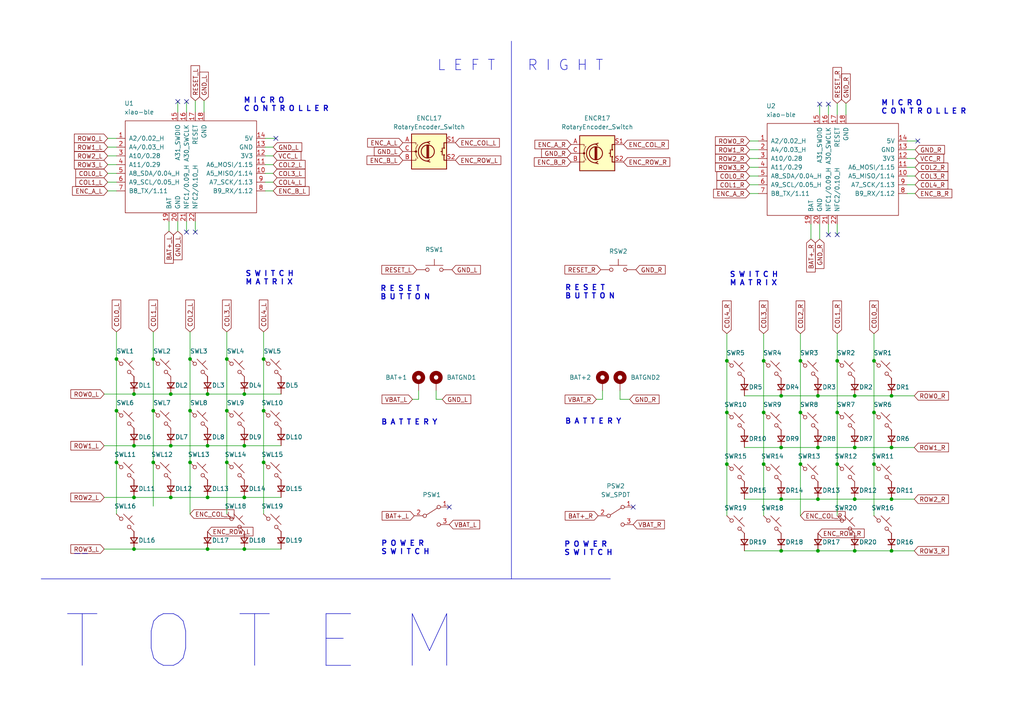
<source format=kicad_sch>
(kicad_sch (version 20250114) (generator "eeschema") (generator_version "9.0")
  (paper "A4")
  (title_block (title "TOTEM split keyboard") (date "2022-11-09") (rev "0.3") (comment 1 "made by GEIST"))
  (lib_symbols
    (symbol "Device:D_Small" (pin_numbers (hide yes)) (pin_names (offset 0.254) (hide yes))
      (property "Reference" "D" (at -1.27 2.032 0))
      (property "Value" "D_Small" (at -3.81 -2.032 0))
      (symbol "D_Small_0_1"
        (polyline (pts (xy -0.762 0) (xy 0.762 0)))
        (polyline (pts (xy -0.762 -1.016) (xy -0.762 1.016)) (stroke (width 0.254)))
        (polyline (pts (xy 0.762 -1.016) (xy -0.762 0) (xy 0.762 1.016) (xy 0.762 -1.016)) (stroke (width 0.254)))
      )
      (symbol "D_Small_1_1"
        (pin passive line (at -2.54 0 0) (length 1.778) (name "K") (number "1"))
        (pin passive line (at 2.54 0 180) (length 1.778) (name "A") (number "2"))
      )
    )
    (symbol "Device:RotaryEncoder_Switch" (pin_names (offset 0.254) (hide yes))
      (property "Reference" "SW" (at 0 6.604 0))
      (property "Value" "RotaryEncoder_Switch" (at 0 -6.604 0))
      (symbol "RotaryEncoder_Switch_0_1"
        (rectangle (start -5.08 5.08) (end 5.08 -5.08) (stroke (width 0.254)) (fill (type background)))
        (polyline (pts (xy -5.08 2.54) (xy -3.81 2.54) (xy -3.81 2.032)))
        (polyline (pts (xy -5.08 0) (xy -3.81 0) (xy -3.81 -1.016) (xy -3.302 -2.032)))
        (polyline (pts (xy -5.08 -2.54) (xy -3.81 -2.54) (xy -3.81 -2.032)))
        (polyline (pts (xy -4.318 0) (xy -3.81 0) (xy -3.81 1.016) (xy -3.302 2.032)))
        (circle (center -3.81 0) (radius 0.254) (fill (type outline)))
        (polyline (pts (xy -0.635 -1.778) (xy -0.635 1.778)) (stroke (width 0.254)))
        (circle (center -0.381 0) (radius 1.905) (stroke (width 0.254)))
        (polyline (pts (xy -0.381 -1.778) (xy -0.381 1.778)) (stroke (width 0.254)))
        (arc (start -0.381 -2.794) (mid -3.0988 -0.0635) (end -0.381 2.667) (stroke (width 0.254)))
        (polyline (pts (xy -0.127 1.778) (xy -0.127 -1.778)) (stroke (width 0.254)))
        (polyline (pts (xy 0.254 2.921) (xy -0.508 2.667) (xy 0.127 2.286)) (stroke (width 0.254)))
        (polyline (pts (xy 0.254 -3.048) (xy -0.508 -2.794) (xy 0.127 -2.413)) (stroke (width 0.254)))
        (polyline (pts (xy 3.81 1.016) (xy 3.81 -1.016)) (stroke (width 0.254)))
        (polyline (pts (xy 3.81 0) (xy 3.429 0)) (stroke (width 0.254)))
        (circle (center 4.318 1.016) (radius 0.127) (stroke (width 0.254)))
        (circle (center 4.318 -1.016) (radius 0.127) (stroke (width 0.254)))
        (polyline (pts (xy 5.08 2.54) (xy 4.318 2.54) (xy 4.318 1.016)) (stroke (width 0.254)))
        (polyline (pts (xy 5.08 -2.54) (xy 4.318 -2.54) (xy 4.318 -1.016)) (stroke (width 0.254)))
      )
      (symbol "RotaryEncoder_Switch_1_1"
        (pin passive line (at -7.62 2.54 0) (length 2.54) (name "A") (number "A"))
        (pin passive line (at -7.62 0 0) (length 2.54) (name "C") (number "C"))
        (pin passive line (at -7.62 -2.54 0) (length 2.54) (name "B") (number "B"))
        (pin passive line (at 7.62 2.54 180) (length 2.54) (name "S1") (number "S1"))
        (pin passive line (at 7.62 -2.54 180) (length 2.54) (name "S2") (number "S2"))
      )
    )
    (symbol "Mechanical:MountingHole_Pad" (pin_numbers (hide yes)) (pin_names (offset 1.016) (hide yes))
      (property "Reference" "H" (at 0 6.35 0))
      (property "Value" "MountingHole_Pad" (at 0 4.445 0))
      (symbol "MountingHole_Pad_0_1"
        (circle (center 0 1.27) (radius 1.27) (stroke (width 1.27)))
      )
      (symbol "MountingHole_Pad_1_1"
        (pin input line (at 0 -2.54 90) (length 2.54) (name "1") (number "1"))
      )
    )
    (symbol "Switch:SW_Push" (pin_numbers (hide yes)) (pin_names (offset 1.016) (hide yes))
      (property "Reference" "SW" (at 1.27 2.54 0))
      (property "Value" "SW_Push" (at 0 -1.524 0))
      (symbol "SW_Push_0_1"
        (circle (center -2.032 0) (radius 0.508))
        (polyline (pts (xy 0 1.27) (xy 0 3.048)))
        (circle (center 2.032 0) (radius 0.508))
        (polyline (pts (xy 2.54 1.27) (xy -2.54 1.27)))
        (pin passive line (at -5.08 0 0) (length 2.54) (name "1") (number "1"))
        (pin passive line (at 5.08 0 180) (length 2.54) (name "2") (number "2"))
      )
    )
    (symbol "Switch:SW_Push_45deg" (pin_numbers (hide yes)) (pin_names (offset 1.016) (hide yes))
      (property "Reference" "SW" (at 3.048 1.016 0))
      (property "Value" "SW_Push_45deg" (at 0 -3.81 0))
      (symbol "SW_Push_45deg_0_1"
        (polyline (pts (xy -2.54 2.54) (xy -1.524 1.524) (xy -1.524 1.524)))
        (circle (center -1.1684 1.1684) (radius 0.508))
        (polyline (pts (xy -0.508 2.54) (xy 2.54 -0.508)))
        (polyline (pts (xy 1.016 1.016) (xy 2.032 2.032)))
        (circle (center 1.143 -1.1938) (radius 0.508))
        (polyline (pts (xy 1.524 -1.524) (xy 2.54 -2.54) (xy 2.54 -2.54) (xy 2.54 -2.54)))
        (pin passive line (at -2.54 2.54 0) (length 0) (name "1") (number "1"))
        (pin passive line (at 2.54 -2.54 180) (length 0) (name "2") (number "2"))
      )
    )
    (symbol "Switch:SW_SPDT" (pin_names (offset 0) (hide yes))
      (property "Reference" "SW" (at 0 4.318 0))
      (property "Value" "SW_SPDT" (at 0 -5.08 0))
      (symbol "SW_SPDT_0_0"
        (circle (center -2.032 0) (radius 0.508))
        (circle (center 2.032 -2.54) (radius 0.508))
      )
      (symbol "SW_SPDT_0_1"
        (polyline (pts (xy -1.524 0.254) (xy 1.651 2.286)))
        (circle (center 2.032 2.54) (radius 0.508))
      )
      (symbol "SW_SPDT_1_1"
        (pin passive line (at -5.08 0 0) (length 2.54) (name "B") (number "2"))
        (pin passive line (at 5.08 2.54 180) (length 2.54) (name "A") (number "1"))
        (pin passive line (at 5.08 -2.54 180) (length 2.54) (name "C") (number "3"))
      )
    )
    (symbol "mcu:xiao-ble" (pin_names (offset 1.016))
      (property "Reference" "U" (at -17.78 16.51 0))
      (property "Value" "xiao-ble" (at -15.24 13.97 0))
      (symbol "xiao-ble_0_1"
        (rectangle (start -19.05 12.7) (end 19.05 -13.97))
      )
      (symbol "xiao-ble_1_1"
        (pin bidirectional line (at -21.59 7.62 0) (length 2.54) (name "A2/0.02_H") (number "1"))
        (pin bidirectional line (at -21.59 5.08 0) (length 2.54) (name "A4/0.03_H") (number "2"))
        (pin bidirectional line (at -21.59 2.54 0) (length 2.54) (name "A10/0.28") (number "3"))
        (pin bidirectional line (at -21.59 0 0) (length 2.54) (name "A11/0.29") (number "4"))
        (pin bidirectional line (at -21.59 -2.54 0) (length 2.54) (name "A8_SDA/0.04_H") (number "5"))
        (pin bidirectional line (at -21.59 -5.08 0) (length 2.54) (name "A9_SCL/0.05_H") (number "6"))
        (pin bidirectional line (at -21.59 -7.62 0) (length 2.54) (name "B8_TX/1.11") (number "7"))
        (pin bidirectional line (at -6.35 -16.51 90) (length 2.54) (name "BAT") (number "19"))
        (pin input line (at -3.81 15.24 270) (length 2.54) (name "A31_SWDIO") (number "15"))
        (pin power_out line (at -3.81 -16.51 90) (length 2.54) (name "GND") (number "20"))
        (pin input line (at -1.27 15.24 270) (length 2.54) (name "A30_SWCLK") (number "16"))
        (pin bidirectional line (at -1.27 -16.51 90) (length 2.54) (name "NFC1/0.09_H") (number "21"))
        (pin input line (at 1.27 15.24 270) (length 2.54) (name "RESET") (number "17"))
        (pin bidirectional line (at 1.27 -16.51 90) (length 2.54) (name "NFC2/0.10_H") (number "22"))
        (pin power_out line (at 3.81 15.24 270) (length 2.54) (name "GND") (number "18"))
        (pin power_out line (at 21.59 7.62 180) (length 2.54) (name "5V") (number "14"))
        (pin power_out line (at 21.59 5.08 180) (length 2.54) (name "GND") (number "13"))
        (pin power_out line (at 21.59 2.54 180) (length 2.54) (name "3V3") (number "12"))
        (pin bidirectional line (at 21.59 0 180) (length 2.54) (name "A6_MOSI/1.15") (number "11"))
        (pin bidirectional line (at 21.59 -2.54 180) (length 2.54) (name "A5_MISO/1.14") (number "10"))
        (pin bidirectional line (at 21.59 -5.08 180) (length 2.54) (name "A7_SCK/1.13") (number "9"))
        (pin bidirectional line (at 21.59 -7.62 180) (length 2.54) (name "B9_RX/1.12") (number "8"))
      )
    )
  )
  (text "M I C R O \nC O N T R O L L E R" (at 255.524 33.274 0) (effects (font (size 1.5 1.5) (thickness 0.3) (bold yes)) (justify left bottom)))
  (text "R E S E T \nB U T T O N" (at 110.236 87.122 0) (effects (font (size 1.5 1.5) (thickness 0.3) (bold yes)) (justify left bottom)))
  (text "S W I T C H\nM A T R I X" (at 71.12 82.804 0) (effects (font (size 1.5 1.5) (thickness 0.3) (bold yes)) (justify left bottom)))
  (text "P O W E R\nS W I T C H" (at 110.49 161.036 0) (effects (font (size 1.5 1.5) (thickness 0.3) (bold yes)) (justify left bottom)))
  (text "R E S E T \nB U T T O N" (at 163.83 86.868 0) (effects (font (size 1.5 1.5) (thickness 0.3) (bold yes)) (justify left bottom)))
  (text "T O T E M" (at 18.034 195.072 0) (effects (font (size 15 15)) (justify left bottom)))
  (text "S W I T C H\nM A T R I X" (at 211.582 83.058 0) (effects (font (size 1.5 1.5) (thickness 0.3) (bold yes)) (justify left bottom)))
  (text "B A T T E R Y" (at 110.49 123.444 0) (effects (font (size 1.5 1.5) (thickness 0.3) (bold yes)) (justify left bottom)))
  (text "P O W E R\nS W I T C H" (at 163.576 161.29 0) (effects (font (size 1.5 1.5) (thickness 0.3) (bold yes)) (justify left bottom)))
  (text "R I G H T" (at 152.908 20.828 0) (effects (font (size 3 3)) (justify left bottom)))
  (text "B A T T E R Y" (at 163.83 123.19 0) (effects (font (size 1.5 1.5) (thickness 0.3) (bold yes)) (justify left bottom)))
  (text "L E F T" (at 143.764 20.828 0) (effects (font (size 3 3)) (justify right bottom)))
  (text "M I C R O \nC O N T R O L L E R" (at 70.612 32.512 0) (effects (font (size 1.5 1.5) (thickness 0.3) (bold yes)) (justify left bottom)))
  (junction (at 33.782 104.14))
  (junction (at 33.782 134.112))
  (junction (at 226.568 129.794))
  (junction (at 49.53 114.3))
  (junction (at 44.45 134.112))
  (junction (at 44.45 119.126))
  (junction (at 55.118 119.126))
  (junction (at 70.866 129.286))
  (junction (at 226.568 144.78))
  (junction (at 226.568 159.766))
  (junction (at 237.236 114.808))
  (junction (at 247.904 159.766))
  (junction (at 49.53 144.272))
  (junction (at 38.862 159.258))
  (junction (at 232.156 119.634))
  (junction (at 258.572 144.78))
  (junction (at 76.454 104.14))
  (junction (at 70.866 144.272))
  (junction (at 221.488 119.634))
  (junction (at 237.236 159.766))
  (junction (at 247.904 144.78))
  (junction (at 76.454 119.126))
  (junction (at 44.45 104.14))
  (junction (at 70.866 114.3))
  (junction (at 210.82 134.62))
  (junction (at 232.156 134.62))
  (junction (at 55.118 104.14))
  (junction (at 247.904 129.794))
  (junction (at 242.824 104.648))
  (junction (at 60.198 144.272))
  (junction (at 38.862 144.272))
  (junction (at 232.156 104.648))
  (junction (at 247.904 114.808))
  (junction (at 210.82 104.648))
  (junction (at 65.786 104.14))
  (junction (at 60.198 114.3))
  (junction (at 60.198 159.258))
  (junction (at 258.572 129.794))
  (junction (at 49.53 129.286))
  (junction (at 33.782 119.126))
  (junction (at 258.572 114.808))
  (junction (at 70.866 159.258))
  (junction (at 237.236 129.794))
  (junction (at 221.488 134.62))
  (junction (at 55.118 134.112))
  (junction (at 258.572 159.766))
  (junction (at 253.492 119.634))
  (junction (at 242.824 134.62))
  (junction (at 242.824 119.634))
  (junction (at 38.862 129.286))
  (junction (at 65.786 119.126))
  (junction (at 76.454 134.112))
  (junction (at 253.492 134.62))
  (junction (at 65.786 134.112))
  (junction (at 226.568 114.808))
  (junction (at 60.198 129.286))
  (junction (at 237.236 144.78))
  (junction (at 38.862 114.3))
  (junction (at 253.492 104.648))
  (junction (at 221.488 104.648))
  (junction (at 210.82 119.634))
  (no_connect (at 237.744 30.226))
  (no_connect (at 240.284 30.226))
  (no_connect (at 54.102 67.31))
  (no_connect (at 56.642 67.31))
  (no_connect (at 183.642 147.066))
  (no_connect (at 54.102 29.464))
  (no_connect (at 51.562 29.464))
  (no_connect (at 266.192 40.894))
  (no_connect (at 80.01 40.132))
  (no_connect (at 130.302 147.066))
  (no_connect (at 242.824 68.072))
  (no_connect (at 240.284 68.072))
  (wire (pts (xy 215.9 144.78) (xy 226.568 144.78)))
  (wire (pts (xy 49.022 64.262) (xy 49.022 67.056)))
  (wire (pts (xy 217.424 40.894) (xy 219.964 40.894)))
  (wire (pts (xy 215.9 129.794) (xy 226.568 129.794)))
  (wire (pts (xy 247.904 114.808) (xy 258.572 114.808)))
  (wire (pts (xy 179.832 113.284) (xy 179.832 115.824)))
  (wire (pts (xy 76.962 40.132) (xy 80.01 40.132)))
  (wire (pts (xy 253.492 96.774) (xy 253.492 104.648)))
  (wire (pts (xy 126.492 115.824) (xy 128.27 115.824)))
  (wire (pts (xy 126.492 113.284) (xy 126.492 115.824)))
  (wire (pts (xy 56.642 29.21) (xy 56.642 32.512)))
  (wire (pts (xy 65.786 104.14) (xy 65.786 119.126)))
  (wire (pts (xy 263.144 51.054) (xy 265.43 51.054)))
  (wire (pts (xy 240.284 65.024) (xy 240.284 68.072)))
  (wire (pts (xy 49.53 144.272) (xy 60.198 144.272)))
  (wire (pts (xy 210.82 96.774) (xy 210.82 104.648)))
  (wire (pts (xy 31.242 40.132) (xy 33.782 40.132)))
  (wire (pts (xy 217.424 56.134) (xy 219.964 56.134)))
  (wire (pts (xy 70.866 129.286) (xy 81.534 129.286)))
  (wire (pts (xy 226.568 144.78) (xy 237.236 144.78)))
  (wire (pts (xy 210.82 134.62) (xy 210.82 149.606)))
  (wire (pts (xy 210.82 119.634) (xy 210.82 134.62)))
  (wire (pts (xy 237.236 114.808) (xy 247.904 114.808)))
  (wire (pts (xy 242.824 134.62) (xy 242.824 149.606)))
  (wire (pts (xy 217.424 51.054) (xy 219.964 51.054)))
  (wire (pts (xy 65.786 119.126) (xy 65.786 134.112)))
  (wire (pts (xy 263.144 43.434) (xy 265.43 43.434)))
  (wire (pts (xy 55.118 134.112) (xy 55.118 149.098)))
  (wire (pts (xy 253.492 134.62) (xy 253.492 149.606)))
  (wire (pts (xy 38.862 129.286) (xy 49.53 129.286)))
  (wire (pts (xy 76.454 104.14) (xy 76.454 119.126)))
  (wire (pts (xy 242.824 104.648) (xy 242.824 119.634)))
  (wire (pts (xy 232.156 96.774) (xy 232.156 104.648)))
  (wire (pts (xy 215.9 114.808) (xy 226.568 114.808)))
  (wire (pts (xy 76.962 45.212) (xy 79.248 45.212)))
  (wire (pts (xy 33.782 134.112) (xy 33.782 149.098)))
  (wire (pts (xy 31.242 47.752) (xy 33.782 47.752)))
  (wire (pts (xy 54.102 29.464) (xy 54.102 32.512)))
  (wire (pts (xy 217.424 48.514) (xy 219.964 48.514)))
  (wire (pts (xy 30.226 129.286) (xy 38.862 129.286)))
  (wire (pts (xy 237.744 65.024) (xy 237.744 69.342)))
  (wire (pts (xy 76.962 52.832) (xy 79.248 52.832)))
  (wire (pts (xy 253.492 104.648) (xy 253.492 119.634)))
  (wire (pts (xy 38.862 144.272) (xy 49.53 144.272)))
  (wire (pts (xy 51.562 29.464) (xy 51.562 32.512)))
  (wire (pts (xy 76.962 55.372) (xy 79.248 55.372)))
  (polyline (pts (xy 21.59 160.528) (xy 25.4 160.528)) (stroke (width 0) (type dash)))
  (wire (pts (xy 263.144 56.134) (xy 265.43 56.134)))
  (wire (pts (xy 44.45 146.812) (xy 44.45 134.112)))
  (wire (pts (xy 263.144 40.894) (xy 266.192 40.894)))
  (wire (pts (xy 215.9 159.766) (xy 226.568 159.766)))
  (wire (pts (xy 70.866 114.3) (xy 81.534 114.3)))
  (wire (pts (xy 258.572 129.794) (xy 265.176 129.794)))
  (wire (pts (xy 263.144 48.514) (xy 265.43 48.514)))
  (wire (pts (xy 242.824 119.634) (xy 242.824 134.62)))
  (wire (pts (xy 33.782 96.266) (xy 33.782 104.14)))
  (wire (pts (xy 76.454 96.266) (xy 76.454 104.14)))
  (wire (pts (xy 232.156 119.634) (xy 232.156 134.62)))
  (wire (pts (xy 258.572 144.78) (xy 265.176 144.78)))
  (wire (pts (xy 31.242 45.212) (xy 33.782 45.212)))
  (wire (pts (xy 237.236 159.766) (xy 247.904 159.766)))
  (wire (pts (xy 65.786 96.266) (xy 65.786 104.14)))
  (wire (pts (xy 76.454 134.112) (xy 76.454 149.098)))
  (wire (pts (xy 119.634 115.824) (xy 121.412 115.824)))
  (wire (pts (xy 221.488 104.648) (xy 221.488 119.634)))
  (wire (pts (xy 242.824 96.774) (xy 242.824 104.648)))
  (wire (pts (xy 242.824 65.024) (xy 242.824 68.072)))
  (wire (pts (xy 226.568 159.766) (xy 237.236 159.766)))
  (wire (pts (xy 221.488 134.62) (xy 221.488 149.606)))
  (wire (pts (xy 237.236 144.78) (xy 247.904 144.78)))
  (wire (pts (xy 245.364 29.972) (xy 245.364 33.274)))
  (polyline (pts (xy 148.336 11.938) (xy 148.336 167.894)) (stroke (width 0) (type solid)))
  (wire (pts (xy 121.412 115.824) (xy 121.412 113.284)))
  (wire (pts (xy 30.226 114.3) (xy 38.862 114.3)))
  (wire (pts (xy 76.454 119.126) (xy 76.454 134.112)))
  (wire (pts (xy 258.572 159.766) (xy 265.176 159.766)))
  (wire (pts (xy 59.182 29.21) (xy 59.182 32.512)))
  (wire (pts (xy 49.53 129.286) (xy 60.198 129.286)))
  (wire (pts (xy 31.242 50.292) (xy 33.782 50.292)))
  (wire (pts (xy 258.572 114.808) (xy 265.176 114.808)))
  (wire (pts (xy 263.144 45.974) (xy 265.43 45.974)))
  (polyline (pts (xy 11.938 167.894) (xy 177.038 167.894)) (stroke (width 0) (type solid)))
  (wire (pts (xy 60.198 144.272) (xy 70.866 144.272)))
  (wire (pts (xy 242.824 29.972) (xy 242.824 33.274)))
  (wire (pts (xy 172.974 115.824) (xy 174.752 115.824)))
  (wire (pts (xy 247.904 129.794) (xy 258.572 129.794)))
  (wire (pts (xy 237.744 30.226) (xy 237.744 33.274)))
  (wire (pts (xy 226.568 114.808) (xy 237.236 114.808)))
  (wire (pts (xy 56.642 64.262) (xy 56.642 67.31)))
  (wire (pts (xy 49.53 114.3) (xy 60.198 114.3)))
  (wire (pts (xy 60.198 129.286) (xy 70.866 129.286)))
  (wire (pts (xy 232.156 134.62) (xy 232.156 149.606)))
  (wire (pts (xy 263.144 53.594) (xy 265.43 53.594)))
  (wire (pts (xy 31.242 55.372) (xy 33.782 55.372)))
  (wire (pts (xy 44.45 104.14) (xy 44.45 119.126)))
  (wire (pts (xy 217.424 53.594) (xy 219.964 53.594)))
  (wire (pts (xy 44.45 119.126) (xy 44.45 134.112)))
  (wire (pts (xy 237.236 129.794) (xy 247.904 129.794)))
  (wire (pts (xy 44.45 96.266) (xy 44.45 104.14)))
  (wire (pts (xy 38.862 114.3) (xy 49.53 114.3)))
  (wire (pts (xy 55.118 119.126) (xy 55.118 134.112)))
  (wire (pts (xy 217.424 43.434) (xy 219.964 43.434)))
  (wire (pts (xy 221.488 119.634) (xy 221.488 134.62)))
  (wire (pts (xy 65.786 134.112) (xy 65.786 149.098)))
  (wire (pts (xy 76.962 47.752) (xy 79.248 47.752)))
  (wire (pts (xy 174.752 115.824) (xy 174.752 113.284)))
  (wire (pts (xy 240.284 30.226) (xy 240.284 33.274)))
  (wire (pts (xy 60.198 159.258) (xy 70.866 159.258)))
  (wire (pts (xy 210.82 104.648) (xy 210.82 119.634)))
  (wire (pts (xy 31.242 52.832) (xy 33.782 52.832)))
  (wire (pts (xy 247.904 144.78) (xy 258.572 144.78)))
  (wire (pts (xy 221.488 96.774) (xy 221.488 104.648)))
  (wire (pts (xy 30.226 144.272) (xy 38.862 144.272)))
  (wire (pts (xy 76.962 42.672) (xy 79.248 42.672)))
  (wire (pts (xy 31.242 42.672) (xy 33.782 42.672)))
  (wire (pts (xy 232.156 104.648) (xy 232.156 119.634)))
  (wire (pts (xy 70.866 159.258) (xy 81.534 159.258)))
  (wire (pts (xy 235.204 65.024) (xy 235.204 69.342)))
  (wire (pts (xy 55.118 104.14) (xy 55.118 119.126)))
  (wire (pts (xy 33.782 104.14) (xy 33.782 119.126)))
  (wire (pts (xy 54.102 64.262) (xy 54.102 67.31)))
  (wire (pts (xy 55.118 96.266) (xy 55.118 104.14)))
  (wire (pts (xy 179.832 115.824) (xy 182.626 115.824)))
  (wire (pts (xy 60.198 114.3) (xy 70.866 114.3)))
  (wire (pts (xy 76.962 50.292) (xy 79.248 50.292)))
  (wire (pts (xy 38.862 159.258) (xy 60.198 159.258)))
  (wire (pts (xy 247.904 159.766) (xy 258.572 159.766)))
  (wire (pts (xy 51.562 64.262) (xy 51.562 67.056)))
  (wire (pts (xy 30.226 159.258) (xy 38.862 159.258)))
  (wire (pts (xy 33.782 119.126) (xy 33.782 134.112)))
  (wire (pts (xy 217.424 45.974) (xy 219.964 45.974)))
  (wire (pts (xy 253.492 119.634) (xy 253.492 134.62)))
  (wire (pts (xy 70.866 144.272) (xy 81.534 144.272)))
  (wire (pts (xy 226.568 129.794) (xy 237.236 129.794)))
  (global_label "GND_L" (shape input) (at 131.064 78.232 0) (property "Intersheetrefs" "${INTERSHEET_REFS}" (effects (hide yes))))
  (global_label "VCC_R" (shape input) (at 265.43 45.974 0) (property "Intersheetrefs" "${INTERSHEET_REFS}" (effects (hide yes))))
  (global_label "ROW3_R" (shape input) (at 265.176 159.766 0) (property "Intersheetrefs" "${INTERSHEET_REFS}" (effects (hide yes))))
  (global_label "GND_R" (shape input) (at 265.43 43.434 0) (property "Intersheetrefs" "${INTERSHEET_REFS}" (effects (hide yes))))
  (global_label "COL3_L" (shape input) (at 65.786 96.266 90) (property "Intersheetrefs" "${INTERSHEET_REFS}" (effects (hide yes))))
  (global_label "COL4_L" (shape input) (at 76.454 96.266 90) (property "Intersheetrefs" "${INTERSHEET_REFS}" (effects (hide yes))))
  (global_label "ROW0_R" (shape input) (at 265.176 114.808 0) (property "Intersheetrefs" "${INTERSHEET_REFS}" (effects (hide yes))))
  (global_label "COL1_L" (shape input) (at 44.45 96.266 90) (property "Intersheetrefs" "${INTERSHEET_REFS}" (effects (hide yes))))
  (global_label "GND_L" (shape input) (at 59.182 29.21 90) (property "Intersheetrefs" "${INTERSHEET_REFS}" (effects (hide yes))))
  (global_label "COL2_R" (shape input) (at 232.156 96.774 90) (property "Intersheetrefs" "${INTERSHEET_REFS}" (effects (hide yes))))
  (global_label "GND_L" (shape input) (at 79.248 42.672 0) (property "Intersheetrefs" "${INTERSHEET_REFS}" (effects (hide yes))))
  (global_label "ENC_B_L" (shape input) (at 79.248 55.372 0) (property "Intersheetrefs" "${INTERSHEET_REFS}" (effects (hide yes))))
  (global_label "BAT+_L" (shape input) (at 120.142 149.606 180) (property "Intersheetrefs" "${INTERSHEET_REFS}" (effects (hide yes))))
  (global_label "ROW0_R" (shape input) (at 217.424 40.894 180) (property "Intersheetrefs" "${INTERSHEET_REFS}" (effects (hide yes))))
  (global_label "ENC_ROW_L" (shape input) (at 132.08 46.482 0) (property "Intersheetrefs" "${INTERSHEET_REFS}" (effects (hide yes))))
  (global_label "COL0_R" (shape input) (at 217.424 51.054 180) (property "Intersheetrefs" "${INTERSHEET_REFS}" (effects (hide yes))))
  (global_label "COL4_R" (shape input) (at 265.43 53.594 0) (property "Intersheetrefs" "${INTERSHEET_REFS}" (effects (hide yes))))
  (global_label "ENC_ROW_R" (shape input) (at 237.236 154.686 0) (property "Intersheetrefs" "${INTERSHEET_REFS}" (effects (hide yes))))
  (global_label "ENC_A_R" (shape input) (at 217.424 56.134 180) (property "Intersheetrefs" "${INTERSHEET_REFS}" (effects (hide yes))))
  (global_label "RESET_R" (shape input) (at 242.824 29.972 90) (property "Intersheetrefs" "${INTERSHEET_REFS}" (effects (hide yes))))
  (global_label "RESET_R" (shape input) (at 174.244 78.232 180) (property "Intersheetrefs" "${INTERSHEET_REFS}" (effects (hide yes))))
  (global_label "ROW3_L" (shape input) (at 30.226 159.258 180) (property "Intersheetrefs" "${INTERSHEET_REFS}" (effects (hide yes))))
  (global_label "VBAT_R" (shape input) (at 183.642 152.146 0) (property "Intersheetrefs" "${INTERSHEET_REFS}" (effects (hide yes))))
  (global_label "GND_L" (shape input) (at 51.562 67.056 270) (property "Intersheetrefs" "${INTERSHEET_REFS}" (effects (hide yes))))
  (global_label "ENC_COL_L" (shape input) (at 132.08 41.402 0) (property "Intersheetrefs" "${INTERSHEET_REFS}" (effects (hide yes))))
  (global_label "RESET_L" (shape input) (at 120.904 78.232 180) (property "Intersheetrefs" "${INTERSHEET_REFS}" (effects (hide yes))))
  (global_label "VBAT_R" (shape input) (at 172.974 115.824 180) (property "Intersheetrefs" "${INTERSHEET_REFS}" (effects (hide yes))))
  (global_label "GND_L" (shape input) (at 116.84 43.942 180) (property "Intersheetrefs" "${INTERSHEET_REFS}" (effects (hide yes))))
  (global_label "VCC_L" (shape input) (at 79.248 45.212 0) (property "Intersheetrefs" "${INTERSHEET_REFS}" (effects (hide yes))))
  (global_label "ENC_ROW_L" (shape input) (at 60.198 154.178 0) (property "Intersheetrefs" "${INTERSHEET_REFS}" (effects (hide yes))))
  (global_label "ENC_COL_R" (shape input) (at 180.848 41.91 0) (property "Intersheetrefs" "${INTERSHEET_REFS}" (effects (hide yes))))
  (global_label "BAT+_L" (shape input) (at 49.022 67.056 270) (property "Intersheetrefs" "${INTERSHEET_REFS}" (effects (hide yes))))
  (global_label "COL1_R" (shape input) (at 217.424 53.594 180) (property "Intersheetrefs" "${INTERSHEET_REFS}" (effects (hide yes))))
  (global_label "ROW3_R" (shape input) (at 217.424 48.514 180) (property "Intersheetrefs" "${INTERSHEET_REFS}" (effects (hide yes))))
  (global_label "BAT+_R" (shape input) (at 173.482 149.606 180) (property "Intersheetrefs" "${INTERSHEET_REFS}" (effects (hide yes))))
  (global_label "ROW0_L" (shape input) (at 30.226 114.3 180) (property "Intersheetrefs" "${INTERSHEET_REFS}" (effects (hide yes))))
  (global_label "GND_R" (shape input) (at 165.608 44.45 180) (property "Intersheetrefs" "${INTERSHEET_REFS}" (effects (hide yes))))
  (global_label "GND_L" (shape input) (at 128.27 115.824 0) (property "Intersheetrefs" "${INTERSHEET_REFS}" (effects (hide yes))))
  (global_label "VBAT_L" (shape input) (at 119.634 115.824 180) (property "Intersheetrefs" "${INTERSHEET_REFS}" (effects (hide yes))))
  (global_label "ENC_A_R" (shape input) (at 165.608 41.91 180) (property "Intersheetrefs" "${INTERSHEET_REFS}" (effects (hide yes))))
  (global_label "ROW1_R" (shape input) (at 265.176 129.794 0) (property "Intersheetrefs" "${INTERSHEET_REFS}" (effects (hide yes))))
  (global_label "BAT+_R" (shape input) (at 235.204 69.342 270) (property "Intersheetrefs" "${INTERSHEET_REFS}" (effects (hide yes))))
  (global_label "ENC_B_R" (shape input) (at 165.608 46.99 180) (property "Intersheetrefs" "${INTERSHEET_REFS}" (effects (hide yes))))
  (global_label "ENC_COL_L" (shape input) (at 55.118 149.098 0) (property "Intersheetrefs" "${INTERSHEET_REFS}" (effects (hide yes))))
  (global_label "GND_R" (shape input) (at 182.626 115.824 0) (property "Intersheetrefs" "${INTERSHEET_REFS}" (effects (hide yes))))
  (global_label "ENC_ROW_R" (shape input) (at 180.848 46.99 0) (property "Intersheetrefs" "${INTERSHEET_REFS}" (effects (hide yes))))
  (global_label "GND_R" (shape input) (at 184.404 78.232 0) (property "Intersheetrefs" "${INTERSHEET_REFS}" (effects (hide yes))))
  (global_label "COL0_L" (shape input) (at 33.782 96.266 90) (property "Intersheetrefs" "${INTERSHEET_REFS}" (effects (hide yes))))
  (global_label "ROW3_L" (shape input) (at 31.242 47.752 180) (property "Intersheetrefs" "${INTERSHEET_REFS}" (effects (hide yes))))
  (global_label "COL3_R" (shape input) (at 265.43 51.054 0) (property "Intersheetrefs" "${INTERSHEET_REFS}" (effects (hide yes))))
  (global_label "ENC_B_R" (shape input) (at 265.43 56.134 0) (property "Intersheetrefs" "${INTERSHEET_REFS}" (effects (hide yes))))
  (global_label "ENC_A_L" (shape input) (at 116.84 41.402 180) (property "Intersheetrefs" "${INTERSHEET_REFS}" (effects (hide yes))))
  (global_label "ENC_COL_R" (shape input) (at 232.156 149.606 0) (property "Intersheetrefs" "${INTERSHEET_REFS}" (effects (hide yes))))
  (global_label "COL4_R" (shape input) (at 210.82 96.774 90) (property "Intersheetrefs" "${INTERSHEET_REFS}" (effects (hide yes))))
  (global_label "ENC_A_L" (shape input) (at 31.242 55.372 180) (property "Intersheetrefs" "${INTERSHEET_REFS}" (effects (hide yes))))
  (global_label "RESET_L" (shape input) (at 56.642 29.21 90) (property "Intersheetrefs" "${INTERSHEET_REFS}" (effects (hide yes))))
  (global_label "COL3_R" (shape input) (at 221.488 96.774 90) (property "Intersheetrefs" "${INTERSHEET_REFS}" (effects (hide yes))))
  (global_label "ROW1_L" (shape input) (at 30.226 129.286 180) (property "Intersheetrefs" "${INTERSHEET_REFS}" (effects (hide yes))))
  (global_label "ROW2_L" (shape input) (at 31.242 45.212 180) (property "Intersheetrefs" "${INTERSHEET_REFS}" (effects (hide yes))))
  (global_label "GND_R" (shape input) (at 237.744 69.342 270) (property "Intersheetrefs" "${INTERSHEET_REFS}" (effects (hide yes))))
  (global_label "COL2_R" (shape input) (at 265.43 48.514 0) (property "Intersheetrefs" "${INTERSHEET_REFS}" (effects (hide yes))))
  (global_label "GND_R" (shape input) (at 245.364 29.972 90) (property "Intersheetrefs" "${INTERSHEET_REFS}" (effects (hide yes))))
  (global_label "ENC_B_L" (shape input) (at 116.84 46.482 180) (property "Intersheetrefs" "${INTERSHEET_REFS}" (effects (hide yes))))
  (global_label "VBAT_L" (shape input) (at 130.302 152.146 0) (property "Intersheetrefs" "${INTERSHEET_REFS}" (effects (hide yes))))
  (global_label "ROW1_L" (shape input) (at 31.242 42.672 180) (property "Intersheetrefs" "${INTERSHEET_REFS}" (effects (hide yes))))
  (global_label "COL1_R" (shape input) (at 242.824 96.774 90) (property "Intersheetrefs" "${INTERSHEET_REFS}" (effects (hide yes))))
  (global_label "COL0_L" (shape input) (at 31.242 50.292 180) (property "Intersheetrefs" "${INTERSHEET_REFS}" (effects (hide yes))))
  (global_label "COL2_L" (shape input) (at 79.248 47.752 0) (property "Intersheetrefs" "${INTERSHEET_REFS}" (effects (hide yes))))
  (global_label "ROW1_R" (shape input) (at 217.424 43.434 180) (property "Intersheetrefs" "${INTERSHEET_REFS}" (effects (hide yes))))
  (global_label "ROW2_R" (shape input) (at 265.176 144.78 0) (property "Intersheetrefs" "${INTERSHEET_REFS}" (effects (hide yes))))
  (global_label "COL0_R" (shape input) (at 253.492 96.774 90) (property "Intersheetrefs" "${INTERSHEET_REFS}" (effects (hide yes))))
  (global_label "COL3_L" (shape input) (at 79.248 50.292 0) (property "Intersheetrefs" "${INTERSHEET_REFS}" (effects (hide yes))))
  (global_label "COL2_L" (shape input) (at 55.118 96.266 90) (property "Intersheetrefs" "${INTERSHEET_REFS}" (effects (hide yes))))
  (global_label "ROW2_L" (shape input) (at 30.226 144.272 180) (property "Intersheetrefs" "${INTERSHEET_REFS}" (effects (hide yes))))
  (global_label "COL4_L" (shape input) (at 79.248 52.832 0) (property "Intersheetrefs" "${INTERSHEET_REFS}" (effects (hide yes))))
  (global_label "ROW0_L" (shape input) (at 31.242 40.132 180) (property "Intersheetrefs" "${INTERSHEET_REFS}" (effects (hide yes))))
  (global_label "COL1_L" (shape input) (at 31.242 52.832 180) (property "Intersheetrefs" "${INTERSHEET_REFS}" (effects (hide yes))))
  (global_label "ROW2_R" (shape input) (at 217.424 45.974 180) (property "Intersheetrefs" "${INTERSHEET_REFS}" (effects (hide yes))))
  (symbol (lib_id "Device:D_Small") (at 81.534 156.718 90) (unit 1)
    (property "Reference" "DL19" (at 82.804 156.718 90) (effects (justify right)))
    (property "Value" "D_Small" (effects (hide yes)))
    (property "Footprint" "TOTEMlib:Diode_SOD123" (effects (hide yes)))
  )
  (symbol (lib_id "Switch:SW_Push_45deg") (at 245.364 107.188 0) (unit 1)
    (property "Reference" "SWR2" (at 245.364 102.362 0))
    (property "Value" "SW_Push_45deg" (effects (hide yes)))
    (property "Footprint" "TOTEMlib:Kailh_socket_PG1350" (effects (hide yes)))
  )
  (symbol (lib_id "Switch:SW_Push_45deg") (at 36.322 151.638 0) (unit 1)
    (property "Reference" "SWL16" (at 36.322 146.812 0))
    (property "Value" "SW_Push_45deg" (effects (hide yes)))
    (property "Footprint" "TOTEMlib:Kailh_socket_PG1350" (effects (hide yes)))
  )
  (symbol (lib_id "Switch:SW_Push_45deg") (at 256.032 152.146 0) (unit 1)
    (property "Reference" "SWR16" (at 256.032 147.32 0))
    (property "Value" "SW_Push_45deg" (effects (hide yes)))
    (property "Footprint" "TOTEMlib:Kailh_socket_PG1350" (effects (hide yes)))
  )
  (symbol (lib_id "Switch:SW_SPDT") (at 125.222 149.606 0) (unit 1)
    (property "Reference" "PSW1" (at 125.222 143.51 0))
    (property "Value" "SW_SPDT" (effects (hide yes)))
    (property "Footprint" "TOTEMlib:MSK12C02" (effects (hide yes)))
  )
  (symbol (lib_id "Switch:SW_Push_45deg") (at 68.326 106.68 0) (unit 1)
    (property "Reference" "SWL4" (at 68.326 101.854 0))
    (property "Value" "SW_Push_45deg" (effects (hide yes)))
    (property "Footprint" "TOTEMlib:Kailh_socket_PG1350" (effects (hide yes)))
  )
  (symbol (lib_id "Device:D_Small") (at 258.572 127.254 90) (unit 1)
    (property "Reference" "DR6" (at 259.842 127.254 90) (effects (justify right)))
    (property "Value" "D_Small" (effects (hide yes)))
    (property "Footprint" "TOTEMlib:Diode_SOD123" (effects (hide yes)))
  )
  (symbol (lib_id "Mechanical:MountingHole_Pad") (at 121.412 110.744 0) (unit 1)
    (property "Reference" "BAT+1" (at 118.11 109.474 0) (effects (justify right)))
    (property "Value" "+" (effects (hide yes)))
    (property "Footprint" "TOTEMlib:BatteryPad" (effects (hide yes)))
  )
  (symbol (lib_id "Device:RotaryEncoder_Switch") (at 173.228 44.45 0) (unit 1)
    (property "Reference" "ENCR17" (at 173.228 34.29 0))
    (property "Value" "RotaryEncoder_Switch" (at 173.228 36.83 0))
    (property "Footprint" "BrownSugar_KBD:RollerEncoder_SW_Vertical" (effects (hide yes)))
    (property "Description" "Rotary encoder, dual channel, incremental quadrate outputs, with switch" (effects (hide yes)))
  )
  (symbol (lib_id "Switch:SW_Push_45deg") (at 234.696 107.188 0) (unit 1)
    (property "Reference" "SWR3" (at 234.696 102.362 0))
    (property "Value" "SW_Push_45deg" (effects (hide yes)))
    (property "Footprint" "TOTEMlib:Kailh_socket_PG1350" (effects (hide yes)))
  )
  (symbol (lib_id "Switch:SW_Push_45deg") (at 57.658 106.68 0) (unit 1)
    (property "Reference" "SWL3" (at 57.658 101.854 0))
    (property "Value" "SW_Push_45deg" (effects (hide yes)))
    (property "Footprint" "TOTEMlib:Kailh_socket_PG1350" (effects (hide yes)))
  )
  (symbol (lib_id "Switch:SW_SPDT") (at 178.562 149.606 0) (unit 1)
    (property "Reference" "PSW2" (at 178.562 140.97 0))
    (property "Value" "SW_SPDT" (at 178.562 143.51 0))
    (property "Footprint" "TOTEMlib:MSK12C02" (effects (hide yes)))
  )
  (symbol (lib_id "Mechanical:MountingHole_Pad") (at 126.492 110.744 0) (unit 1)
    (property "Reference" "BATGND1" (at 129.54 109.474 0) (effects (justify left)))
    (property "Value" "-" (effects (hide yes)))
    (property "Footprint" "TOTEMlib:BatteryPad" (effects (hide yes)))
  )
  (symbol (lib_id "Device:D_Small") (at 215.9 112.268 90) (unit 1)
    (property "Reference" "DR5" (at 217.17 112.268 90) (effects (justify right)))
    (property "Value" "D_Small" (effects (hide yes)))
    (property "Footprint" "TOTEMlib:Diode_SOD123" (effects (hide yes)))
  )
  (symbol (lib_id "Switch:SW_Push_45deg") (at 213.36 122.174 0) (unit 1)
    (property "Reference" "SWR10" (at 213.36 117.348 0))
    (property "Value" "SW_Push_45deg" (effects (hide yes)))
    (property "Footprint" "TOTEMlib:Kailh_socket_PG1350" (effects (hide yes)))
  )
  (symbol (lib_id "Switch:SW_Push") (at 125.984 78.232 0) (unit 1)
    (property "Reference" "RSW1" (at 125.984 72.39 0))
    (property "Value" "SW_Push" (effects (hide yes)))
    (property "Footprint" "TOTEMlib:SKHLLCA010" (effects (hide yes)))
  )
  (symbol (lib_id "Switch:SW_Push_45deg") (at 245.364 137.16 0) (unit 1)
    (property "Reference" "SWR12" (at 245.364 132.334 0))
    (property "Value" "SW_Push_45deg" (effects (hide yes)))
    (property "Footprint" "TOTEMlib:Kailh_socket_PG1350" (effects (hide yes)))
  )
  (symbol (lib_id "Switch:SW_Push_45deg") (at 234.696 122.174 0) (unit 1)
    (property "Reference" "SWR8" (at 234.696 117.348 0))
    (property "Value" "SW_Push_45deg" (effects (hide yes)))
    (property "Footprint" "TOTEMlib:Kailh_socket_PG1350" (effects (hide yes)))
  )
  (symbol (lib_id "Switch:SW_Push_45deg") (at 245.364 152.146 0) (unit 1)
    (property "Reference" "SWR20" (at 245.364 147.32 0))
    (property "Value" "SW_Push_45deg" (effects (hide yes)))
    (property "Footprint" "TOTEMlib:Kailh_socket_PG1350" (effects (hide yes)))
  )
  (symbol (lib_id "Switch:SW_Push_45deg") (at 46.99 121.666 0) (unit 1)
    (property "Reference" "SWL7" (at 46.99 116.84 0))
    (property "Value" "SW_Push_45deg" (effects (hide yes)))
    (property "Footprint" "TOTEMlib:Kailh_socket_PG1350" (effects (hide yes)))
  )
  (symbol (lib_id "mcu:xiao-ble") (at 55.372 47.752 0) (unit 1)
    (property "Reference" "U1" (at 36.068 29.972 0) (effects (justify left)))
    (property "Value" "xiao-ble" (at 36.068 32.512 0) (effects (justify left)))
    (property "Footprint" "TOTEMlib:xiao-ble-smd-cutout" (effects (hide yes)))
  )
  (symbol (lib_id "Device:D_Small") (at 226.568 142.24 90) (unit 1)
    (property "Reference" "DR14" (at 227.838 142.24 90) (effects (justify right)))
    (property "Value" "D_Small" (effects (hide yes)))
    (property "Footprint" "TOTEMlib:Diode_SOD123" (effects (hide yes)))
  )
  (symbol (lib_id "Switch:SW_Push_45deg") (at 234.696 137.16 0) (unit 1)
    (property "Reference" "SWR13" (at 234.696 132.334 0))
    (property "Value" "SW_Push_45deg" (effects (hide yes)))
    (property "Footprint" "TOTEMlib:Kailh_socket_PG1350" (effects (hide yes)))
  )
  (symbol (lib_id "Device:D_Small") (at 38.862 111.76 90) (unit 1)
    (property "Reference" "DL1" (at 40.132 111.76 90) (effects (justify right)))
    (property "Value" "D_Small" (effects (hide yes)))
    (property "Footprint" "TOTEMlib:Diode_SOD123" (effects (hide yes)))
  )
  (symbol (lib_id "Device:D_Small") (at 258.572 157.226 90) (unit 1)
    (property "Reference" "DR16" (at 259.842 157.226 90) (effects (justify right)))
    (property "Value" "D_Small" (effects (hide yes)))
    (property "Footprint" "TOTEMlib:Diode_SOD123" (effects (hide yes)))
  )
  (symbol (lib_id "Switch:SW_Push_45deg") (at 213.36 107.188 0) (unit 1)
    (property "Reference" "SWR5" (at 213.36 102.362 0))
    (property "Value" "SW_Push_45deg" (effects (hide yes)))
    (property "Footprint" "TOTEMlib:Kailh_socket_PG1350" (effects (hide yes)))
  )
  (symbol (lib_id "Device:D_Small") (at 49.53 111.76 90) (unit 1)
    (property "Reference" "DL2" (at 50.8 111.76 90) (effects (justify right)))
    (property "Value" "D_Small" (effects (hide yes)))
    (property "Footprint" "TOTEMlib:Diode_SOD123" (effects (hide yes)))
  )
  (symbol (lib_id "Switch:SW_Push_45deg") (at 57.658 121.666 0) (unit 1)
    (property "Reference" "SWL8" (at 57.658 116.84 0))
    (property "Value" "SW_Push_45deg" (effects (hide yes)))
    (property "Footprint" "TOTEMlib:Kailh_socket_PG1350" (effects (hide yes)))
  )
  (symbol (lib_id "Switch:SW_Push_45deg") (at 68.326 136.652 0) (unit 1)
    (property "Reference" "SWL14" (at 68.326 131.826 0))
    (property "Value" "SW_Push_45deg" (effects (hide yes)))
    (property "Footprint" "TOTEMlib:Kailh_socket_PG1350" (effects (hide yes)))
  )
  (symbol (lib_id "Device:D_Small") (at 70.866 141.732 90) (unit 1)
    (property "Reference" "DL14" (at 72.136 141.732 90) (effects (justify right)))
    (property "Value" "D_Small" (effects (hide yes)))
    (property "Footprint" "TOTEMlib:Diode_SOD123" (effects (hide yes)))
  )
  (symbol (lib_id "Device:D_Small") (at 215.9 142.24 90) (unit 1)
    (property "Reference" "DR15" (at 217.17 142.24 90) (effects (justify right)))
    (property "Value" "D_Small" (effects (hide yes)))
    (property "Footprint" "TOTEMlib:Diode_SOD123" (effects (hide yes)))
  )
  (symbol (lib_id "Switch:SW_Push_45deg") (at 78.994 151.638 0) (unit 1)
    (property "Reference" "SWL19" (at 78.994 146.812 0))
    (property "Value" "SW_Push_45deg" (effects (hide yes)))
    (property "Footprint" "TOTEMlib:Kailh_socket_PG1350" (effects (hide yes)))
  )
  (symbol (lib_id "Switch:SW_Push_45deg") (at 213.36 152.146 0) (unit 1)
    (property "Reference" "SWR19" (at 213.36 147.32 0))
    (property "Value" "SW_Push_45deg" (effects (hide yes)))
    (property "Footprint" "TOTEMlib:Kailh_socket_PG1350" (effects (hide yes)))
  )
  (symbol (lib_id "Switch:SW_Push_45deg") (at 245.364 122.174 0) (unit 1)
    (property "Reference" "SWR7" (at 245.364 117.348 0))
    (property "Value" "SW_Push_45deg" (effects (hide yes)))
    (property "Footprint" "TOTEMlib:Kailh_socket_PG1350" (effects (hide yes)))
  )
  (symbol (lib_id "Switch:SW_Push_45deg") (at 36.322 106.68 0) (unit 1)
    (property "Reference" "SWL1" (at 36.322 101.854 0))
    (property "Value" "SW_Push_45deg" (effects (hide yes)))
    (property "Footprint" "TOTEMlib:Kailh_socket_PG1350" (effects (hide yes)))
  )
  (symbol (lib_id "Device:D_Small") (at 81.534 111.76 90) (unit 1)
    (property "Reference" "DL5" (at 82.804 111.76 90) (effects (justify right)))
    (property "Value" "D_Small" (effects (hide yes)))
    (property "Footprint" "TOTEMlib:Diode_SOD123" (effects (hide yes)))
  )
  (symbol (lib_id "Device:D_Small") (at 226.568 112.268 90) (unit 1)
    (property "Reference" "DR4" (at 227.838 112.268 90) (effects (justify right)))
    (property "Value" "D_Small" (effects (hide yes)))
    (property "Footprint" "TOTEMlib:Diode_SOD123" (effects (hide yes)))
  )
  (symbol (lib_id "Device:D_Small") (at 237.236 142.24 90) (unit 1)
    (property "Reference" "DR13" (at 238.506 142.24 90) (effects (justify right)))
    (property "Value" "D_Small" (effects (hide yes)))
    (property "Footprint" "TOTEMlib:Diode_SOD123" (effects (hide yes)))
  )
  (symbol (lib_id "Mechanical:MountingHole_Pad") (at 179.832 110.744 0) (unit 1)
    (property "Reference" "BATGND2" (at 182.88 109.474 0) (effects (justify left)))
    (property "Value" "-" (effects (hide yes)))
    (property "Footprint" "TOTEMlib:BatteryPad" (effects (hide yes)))
  )
  (symbol (lib_id "Switch:SW_Push_45deg") (at 68.326 121.666 0) (unit 1)
    (property "Reference" "SWL9" (at 68.326 116.84 0))
    (property "Value" "SW_Push_45deg" (effects (hide yes)))
    (property "Footprint" "TOTEMlib:Kailh_socket_PG1350" (effects (hide yes)))
  )
  (symbol (lib_id "Switch:SW_Push_45deg") (at 78.994 106.68 0) (unit 1)
    (property "Reference" "SWL5" (at 78.994 101.854 0))
    (property "Value" "SW_Push_45deg" (effects (hide yes)))
    (property "Footprint" "TOTEMlib:Kailh_socket_PG1350" (effects (hide yes)))
  )
  (symbol (lib_id "Switch:SW_Push_45deg") (at 224.028 137.16 0) (unit 1)
    (property "Reference" "SWR14" (at 224.028 132.334 0))
    (property "Value" "SW_Push_45deg" (effects (hide yes)))
    (property "Footprint" "TOTEMlib:Kailh_socket_PG1350" (effects (hide yes)))
  )
  (symbol (lib_id "Device:D_Small") (at 81.534 126.746 90) (unit 1)
    (property "Reference" "DL10" (at 82.804 126.746 90) (effects (justify right)))
    (property "Value" "D_Small" (effects (hide yes)))
    (property "Footprint" "TOTEMlib:Diode_SOD123" (effects (hide yes)))
  )
  (symbol (lib_id "Device:D_Small") (at 70.866 156.718 90) (unit 1)
    (property "Reference" "DL18" (at 72.136 156.718 90) (effects (justify right)))
    (property "Value" "D_Small" (effects (hide yes)))
    (property "Footprint" "TOTEMlib:Diode_SOD123" (effects (hide yes)))
  )
  (symbol (lib_id "Device:D_Small") (at 49.53 126.746 90) (unit 1)
    (property "Reference" "DL7" (at 50.8 126.746 90) (effects (justify right)))
    (property "Value" "D_Small" (effects (hide yes)))
    (property "Footprint" "TOTEMlib:Diode_SOD123" (effects (hide yes)))
  )
  (symbol (lib_id "Device:D_Small") (at 60.198 111.76 90) (unit 1)
    (property "Reference" "DL3" (at 61.468 111.76 90) (effects (justify right)))
    (property "Value" "D_Small" (effects (hide yes)))
    (property "Footprint" "TOTEMlib:Diode_SOD123" (effects (hide yes)))
  )
  (symbol (lib_id "Switch:SW_Push_45deg") (at 46.99 106.68 0) (unit 1)
    (property "Reference" "SWL2" (at 46.99 101.854 0))
    (property "Value" "SW_Push_45deg" (effects (hide yes)))
    (property "Footprint" "TOTEMlib:Kailh_socket_PG1350" (effects (hide yes)))
  )
  (symbol (lib_id "Switch:SW_Push_45deg") (at 78.994 136.652 0) (unit 1)
    (property "Reference" "SWL15" (at 78.994 131.826 0))
    (property "Value" "SW_Push_45deg" (effects (hide yes)))
    (property "Footprint" "TOTEMlib:Kailh_socket_PG1350" (effects (hide yes)))
  )
  (symbol (lib_id "Switch:SW_Push_45deg") (at 78.994 121.666 0) (unit 1)
    (property "Reference" "SWL10" (at 78.994 116.84 0))
    (property "Value" "SW_Push_45deg" (effects (hide yes)))
    (property "Footprint" "TOTEMlib:Kailh_socket_PG1350" (effects (hide yes)))
  )
  (symbol (lib_id "Device:D_Small") (at 237.236 157.226 90) (unit 1)
    (property "Reference" "DR17" (at 238.506 157.226 90) (effects (justify right)))
    (property "Value" "D_Small" (effects (hide yes)))
    (property "Footprint" "TOTEMlib:Diode_SOD123" (effects (hide yes)))
  )
  (symbol (lib_id "Device:D_Small") (at 237.236 112.268 90) (unit 1)
    (property "Reference" "DR3" (at 238.506 112.268 90) (effects (justify right)))
    (property "Value" "D_Small" (effects (hide yes)))
    (property "Footprint" "TOTEMlib:Diode_SOD123" (effects (hide yes)))
  )
  (symbol (lib_id "Switch:SW_Push_45deg") (at 213.36 137.16 0) (unit 1)
    (property "Reference" "SWR15" (at 213.36 132.334 0))
    (property "Value" "SW_Push_45deg" (effects (hide yes)))
    (property "Footprint" "TOTEMlib:Kailh_socket_PG1350" (effects (hide yes)))
  )
  (symbol (lib_id "Switch:SW_Push_45deg") (at 57.658 136.652 0) (unit 1)
    (property "Reference" "SWL13" (at 57.658 131.826 0))
    (property "Value" "SW_Push_45deg" (effects (hide yes)))
    (property "Footprint" "TOTEMlib:Kailh_socket_PG1350" (effects (hide yes)))
  )
  (symbol (lib_id "Device:D_Small") (at 38.862 156.718 90) (unit 1)
    (property "Reference" "DL16" (at 40.132 156.718 90) (effects (justify right)))
    (property "Value" "D_Small" (effects (hide yes)))
    (property "Footprint" "TOTEMlib:Diode_SOD123" (effects (hide yes)))
  )
  (symbol (lib_id "Device:D_Small") (at 226.568 127.254 90) (unit 1)
    (property "Reference" "DR9" (at 227.838 127.254 90) (effects (justify right)))
    (property "Value" "D_Small" (effects (hide yes)))
    (property "Footprint" "TOTEMlib:Diode_SOD123" (effects (hide yes)))
  )
  (symbol (lib_id "Mechanical:MountingHole_Pad") (at 174.752 110.744 0) (unit 1)
    (property "Reference" "BAT+2" (at 171.45 109.474 0) (effects (justify right)))
    (property "Value" "+" (effects (hide yes)))
    (property "Footprint" "TOTEMlib:BatteryPad" (effects (hide yes)))
  )
  (symbol (lib_id "Device:D_Small") (at 81.534 141.732 90) (unit 1)
    (property "Reference" "DL15" (at 82.804 141.732 90) (effects (justify right)))
    (property "Value" "D_Small" (effects (hide yes)))
    (property "Footprint" "TOTEMlib:Diode_SOD123" (effects (hide yes)))
  )
  (symbol (lib_id "Device:D_Small") (at 258.572 142.24 90) (unit 1)
    (property "Reference" "DR11" (at 259.842 142.24 90) (effects (justify right)))
    (property "Value" "D_Small" (effects (hide yes)))
    (property "Footprint" "TOTEMlib:Diode_SOD123" (effects (hide yes)))
  )
  (symbol (lib_id "Switch:SW_Push") (at 179.324 78.232 0) (unit 1)
    (property "Reference" "RSW2" (at 179.324 72.898 0))
    (property "Value" "SW_Push" (effects (hide yes)))
    (property "Footprint" "TOTEMlib:SKHLLCA010" (effects (hide yes)))
  )
  (symbol (lib_id "Switch:SW_Push_45deg") (at 256.032 107.188 0) (unit 1)
    (property "Reference" "SWR1" (at 256.032 102.362 0))
    (property "Value" "SW_Push_45deg" (effects (hide yes)))
    (property "Footprint" "TOTEMlib:Kailh_socket_PG1350" (effects (hide yes)))
  )
  (symbol (lib_id "Device:D_Small") (at 38.862 126.746 90) (unit 1)
    (property "Reference" "DL6" (at 40.132 126.746 90) (effects (justify right)))
    (property "Value" "D_Small" (effects (hide yes)))
    (property "Footprint" "TOTEMlib:Diode_SOD123" (effects (hide yes)))
  )
  (symbol (lib_id "Device:D_Small") (at 247.904 142.24 90) (unit 1)
    (property "Reference" "DR12" (at 249.174 142.24 90) (effects (justify right)))
    (property "Value" "D_Small" (effects (hide yes)))
    (property "Footprint" "TOTEMlib:Diode_SOD123" (effects (hide yes)))
  )
  (symbol (lib_id "Device:D_Small") (at 215.9 157.226 90) (unit 1)
    (property "Reference" "DR19" (at 217.17 157.226 90) (effects (justify right)))
    (property "Value" "D_Small" (effects (hide yes)))
    (property "Footprint" "TOTEMlib:Diode_SOD123" (effects (hide yes)))
  )
  (symbol (lib_id "Device:D_Small") (at 60.198 156.718 90) (unit 1)
    (property "Reference" "DL17" (at 61.468 156.718 90) (effects (justify right)))
    (property "Value" "D_Small" (effects (hide yes)))
    (property "Footprint" "TOTEMlib:Diode_SOD123" (effects (hide yes)))
  )
  (symbol (lib_id "Device:D_Small") (at 60.198 126.746 90) (unit 1)
    (property "Reference" "DL8" (at 61.468 126.746 90) (effects (justify right)))
    (property "Value" "D_Small" (effects (hide yes)))
    (property "Footprint" "TOTEMlib:Diode_SOD123" (effects (hide yes)))
  )
  (symbol (lib_id "Switch:SW_Push_45deg") (at 224.028 122.174 0) (unit 1)
    (property "Reference" "SWR9" (at 224.028 117.348 0))
    (property "Value" "SW_Push_45deg" (effects (hide yes)))
    (property "Footprint" "TOTEMlib:Kailh_socket_PG1350" (effects (hide yes)))
  )
  (symbol (lib_id "Device:D_Small") (at 38.862 141.732 90) (unit 1)
    (property "Reference" "DL11" (at 40.132 141.732 90) (effects (justify right)))
    (property "Value" "D_Small" (effects (hide yes)))
    (property "Footprint" "TOTEMlib:Diode_SOD123" (effects (hide yes)))
  )
  (symbol (lib_id "Device:D_Small") (at 258.572 112.268 90) (unit 1)
    (property "Reference" "DR1" (at 259.842 112.268 90) (effects (justify right)))
    (property "Value" "D_Small" (effects (hide yes)))
    (property "Footprint" "TOTEMlib:Diode_SOD123" (effects (hide yes)))
  )
  (symbol (lib_id "Device:D_Small") (at 60.198 141.732 90) (unit 1)
    (property "Reference" "DL13" (at 61.468 141.732 90) (effects (justify right)))
    (property "Value" "D_Small" (effects (hide yes)))
    (property "Footprint" "TOTEMlib:Diode_SOD123" (effects (hide yes)))
  )
  (symbol (lib_id "Device:D_Small") (at 237.236 127.254 90) (unit 1)
    (property "Reference" "DR8" (at 238.506 127.254 90) (effects (justify right)))
    (property "Value" "D_Small" (effects (hide yes)))
    (property "Footprint" "TOTEMlib:Diode_SOD123" (effects (hide yes)))
  )
  (symbol (lib_id "mcu:xiao-ble") (at 241.554 48.514 0) (unit 1)
    (property "Reference" "U2" (at 222.25 30.734 0) (effects (justify left)))
    (property "Value" "xiao-ble" (at 222.25 33.274 0) (effects (justify left)))
    (property "Footprint" "TOTEMlib:xiao-ble-smd-cutout" (effects (hide yes)))
  )
  (symbol (lib_id "Device:D_Small") (at 226.568 157.226 90) (unit 1)
    (property "Reference" "DR18" (at 227.838 157.226 90) (effects (justify right)))
    (property "Value" "D_Small" (effects (hide yes)))
    (property "Footprint" "TOTEMlib:Diode_SOD123" (effects (hide yes)))
  )
  (symbol (lib_id "Device:D_Small") (at 247.904 112.268 90) (unit 1)
    (property "Reference" "DR2" (at 249.174 112.268 90) (effects (justify right)))
    (property "Value" "D_Small" (effects (hide yes)))
    (property "Footprint" "TOTEMlib:Diode_SOD123" (effects (hide yes)))
  )
  (symbol (lib_id "Switch:SW_Push_45deg") (at 256.032 122.174 0) (unit 1)
    (property "Reference" "SWR6" (at 256.032 117.348 0))
    (property "Value" "SW_Push_45deg" (effects (hide yes)))
    (property "Footprint" "TOTEMlib:Kailh_socket_PG1350" (effects (hide yes)))
  )
  (symbol (lib_id "Device:D_Small") (at 247.904 127.254 90) (unit 1)
    (property "Reference" "DR7" (at 249.174 127.254 90) (effects (justify right)))
    (property "Value" "D_Small" (effects (hide yes)))
    (property "Footprint" "TOTEMlib:Diode_SOD123" (effects (hide yes)))
  )
  (symbol (lib_id "Switch:SW_Push_45deg") (at 46.99 136.652 0) (unit 1)
    (property "Reference" "SWL12" (at 46.99 131.826 0))
    (property "Value" "SW_Push_45deg" (effects (hide yes)))
    (property "Footprint" "TOTEMlib:Kailh_socket_PG1350" (effects (hide yes)))
  )
  (symbol (lib_id "Switch:SW_Push_45deg") (at 68.326 151.638 0) (unit 1)
    (property "Reference" "SWL18" (at 68.326 146.812 0))
    (property "Value" "SW_Push_45deg" (effects (hide yes)))
    (property "Footprint" "TOTEMlib:Kailh_socket_PG1350" (effects (hide yes)))
  )
  (symbol (lib_id "Switch:SW_Push_45deg") (at 36.322 121.666 0) (unit 1)
    (property "Reference" "SWL6" (at 36.322 116.84 0))
    (property "Value" "SW_Push_45deg" (effects (hide yes)))
    (property "Footprint" "TOTEMlib:Kailh_socket_PG1350" (effects (hide yes)))
  )
  (symbol (lib_id "Device:D_Small") (at 70.866 111.76 90) (unit 1)
    (property "Reference" "DL4" (at 72.136 111.76 90) (effects (justify right)))
    (property "Value" "D_Small" (effects (hide yes)))
    (property "Footprint" "TOTEMlib:Diode_SOD123" (effects (hide yes)))
  )
  (symbol (lib_id "Device:D_Small") (at 70.866 126.746 90) (unit 1)
    (property "Reference" "DL9" (at 72.136 126.746 90) (effects (justify right)))
    (property "Value" "D_Small" (effects (hide yes)))
    (property "Footprint" "TOTEMlib:Diode_SOD123" (effects (hide yes)))
  )
  (symbol (lib_id "Switch:SW_Push_45deg") (at 224.028 107.188 0) (unit 1)
    (property "Reference" "SWR4" (at 224.028 102.362 0))
    (property "Value" "SW_Push_45deg" (effects (hide yes)))
    (property "Footprint" "TOTEMlib:Kailh_socket_PG1350" (effects (hide yes)))
  )
  (symbol (lib_id "Device:D_Small") (at 247.904 157.226 90) (unit 1)
    (property "Reference" "DR20" (at 249.174 157.226 90) (effects (justify right)))
    (property "Value" "D_Small" (effects (hide yes)))
    (property "Footprint" "TOTEMlib:Diode_SOD123" (effects (hide yes)))
  )
  (symbol (lib_id "Switch:SW_Push_45deg") (at 224.028 152.146 0) (unit 1)
    (property "Reference" "SWR18" (at 224.028 147.32 0))
    (property "Value" "SW_Push_45deg" (effects (hide yes)))
    (property "Footprint" "TOTEMlib:Kailh_socket_PG1350" (effects (hide yes)))
  )
  (symbol (lib_id "Device:D_Small") (at 49.53 141.732 90) (unit 1)
    (property "Reference" "DL12" (at 50.8 141.732 90) (effects (justify right)))
    (property "Value" "D_Small" (effects (hide yes)))
    (property "Footprint" "TOTEMlib:Diode_SOD123" (effects (hide yes)))
  )
  (symbol (lib_id "Switch:SW_Push_45deg") (at 36.322 136.652 0) (unit 1)
    (property "Reference" "SWL11" (at 36.322 131.826 0))
    (property "Value" "SW_Push_45deg" (effects (hide yes)))
    (property "Footprint" "TOTEMlib:Kailh_socket_PG1350" (effects (hide yes)))
  )
  (symbol (lib_id "Device:D_Small") (at 215.9 127.254 90) (unit 1)
    (property "Reference" "DR10" (at 217.17 127.254 90) (effects (justify right)))
    (property "Value" "D_Small" (effects (hide yes)))
    (property "Footprint" "TOTEMlib:Diode_SOD123" (effects (hide yes)))
  )
  (symbol (lib_id "Switch:SW_Push_45deg") (at 256.032 137.16 0) (unit 1)
    (property "Reference" "SWR11" (at 256.032 132.334 0))
    (property "Value" "SW_Push_45deg" (effects (hide yes)))
    (property "Footprint" "TOTEMlib:Kailh_socket_PG1350" (effects (hide yes)))
  )
  (symbol (lib_id "Device:RotaryEncoder_Switch") (at 124.46 43.942 0) (unit 1)
    (property "Reference" "ENCL17" (at 124.46 34.29 0))
    (property "Value" "RotaryEncoder_Switch" (at 124.46 36.83 0))
    (property "Footprint" "BrownSugar_KBD:RollerEncoder+SW_horizontal" (effects (hide yes)))
    (property "Description" "Rotary encoder, dual channel, incremental quadrate outputs, with switch" (effects (hide yes)))
  )
)
</source>
